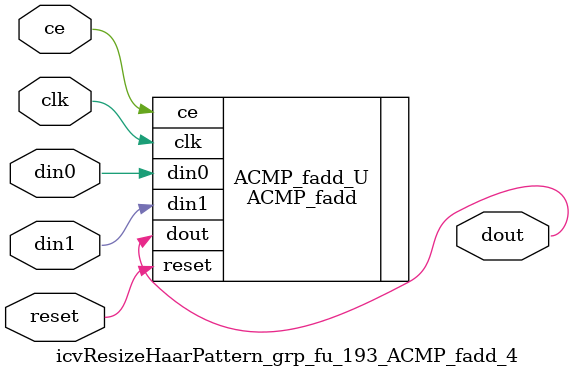
<source format=v>

`timescale 1 ns / 1 ps
module icvResizeHaarPattern_grp_fu_193_ACMP_fadd_4(
    clk,
    reset,
    ce,
    din0,
    din1,
    dout);

parameter ID = 32'd1;
parameter NUM_STAGE = 32'd1;
parameter din0_WIDTH = 32'd1;
parameter din1_WIDTH = 32'd1;
parameter dout_WIDTH = 32'd1;
input clk;
input reset;
input ce;
input[din0_WIDTH - 1:0] din0;
input[din1_WIDTH - 1:0] din1;
output[dout_WIDTH - 1:0] dout;



ACMP_fadd #(
.ID( ID ),
.NUM_STAGE( 4 ),
.din0_WIDTH( din0_WIDTH ),
.din1_WIDTH( din1_WIDTH ),
.dout_WIDTH( dout_WIDTH ))
ACMP_fadd_U(
    .clk( clk ),
    .reset( reset ),
    .ce( ce ),
    .din0( din0 ),
    .din1( din1 ),
    .dout( dout ));

endmodule

</source>
